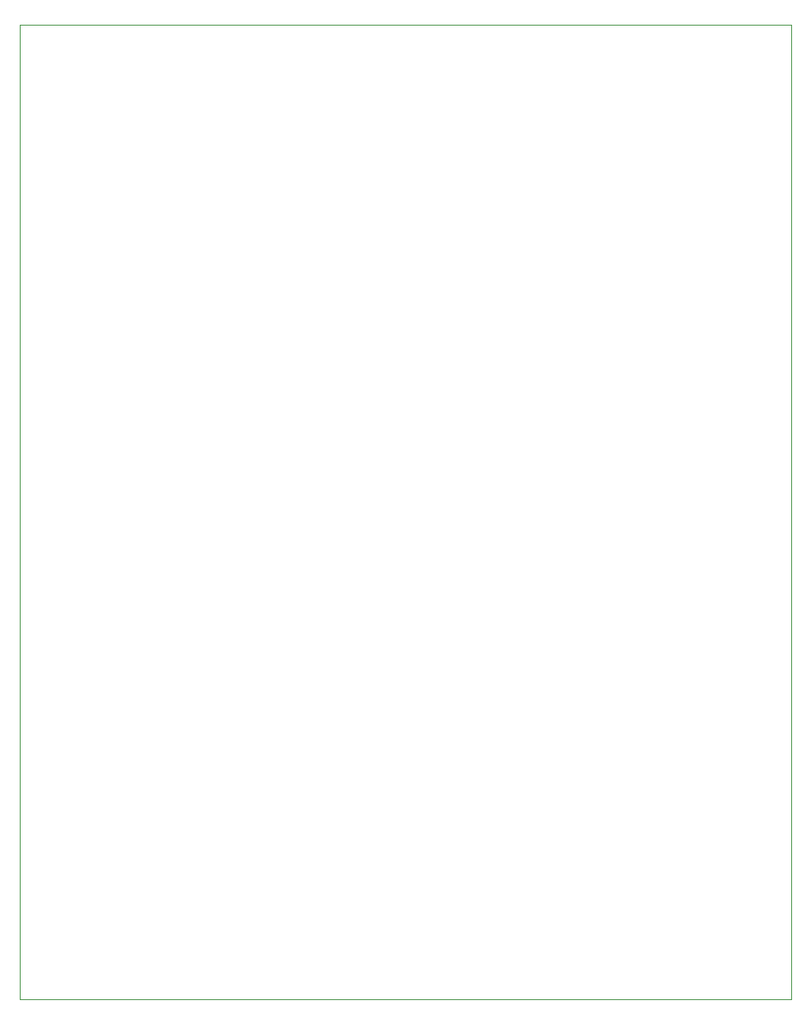
<source format=gbr>
%TF.GenerationSoftware,KiCad,Pcbnew,8.0.0*%
%TF.CreationDate,2024-04-23T01:00:26+09:00*%
%TF.ProjectId,TangPrimer25K_brushless,54616e67-5072-4696-9d65-7232354b5f62,rev?*%
%TF.SameCoordinates,Original*%
%TF.FileFunction,Profile,NP*%
%FSLAX46Y46*%
G04 Gerber Fmt 4.6, Leading zero omitted, Abs format (unit mm)*
G04 Created by KiCad (PCBNEW 8.0.0) date 2024-04-23 01:00:26*
%MOMM*%
%LPD*%
G01*
G04 APERTURE LIST*
%TA.AperFunction,Profile*%
%ADD10C,0.100000*%
%TD*%
G04 APERTURE END LIST*
D10*
X119507000Y-54419500D02*
X198755000Y-54419500D01*
X198755000Y-154368500D01*
X119507000Y-154368500D01*
X119507000Y-54419500D01*
M02*

</source>
